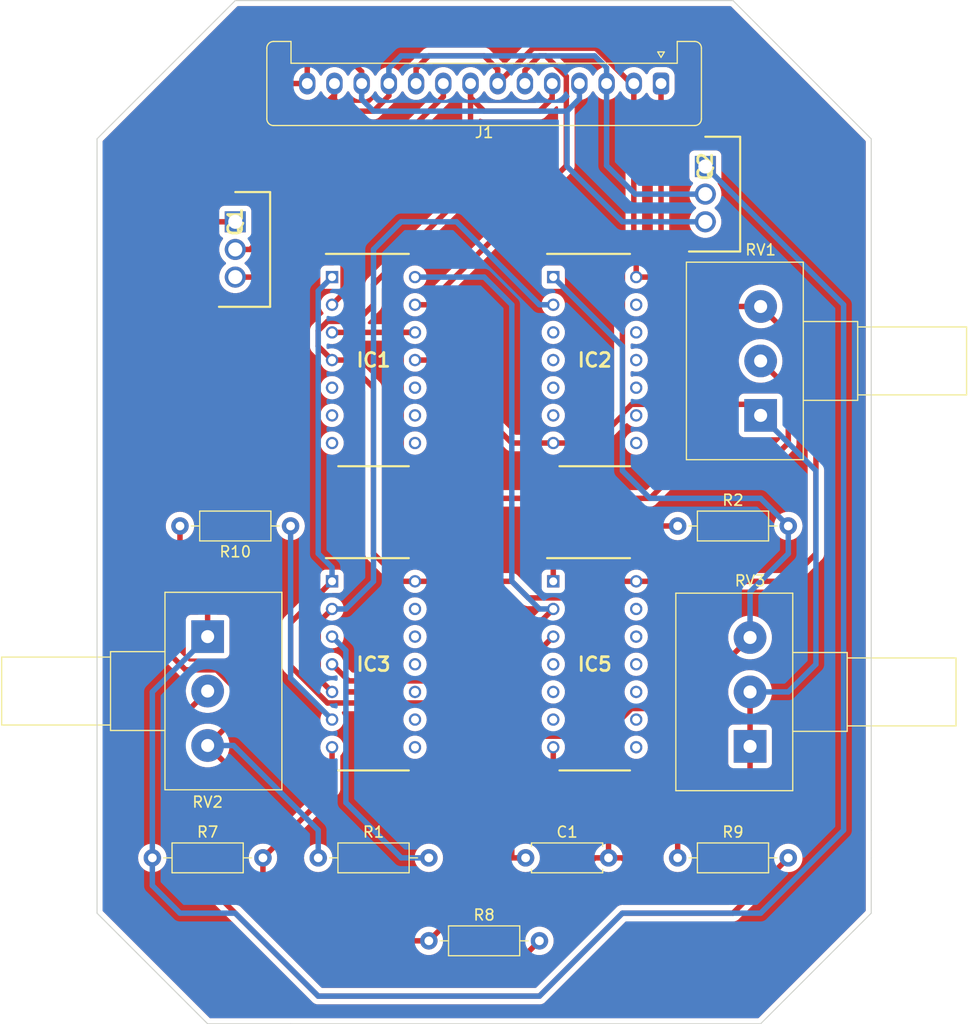
<source format=kicad_pcb>
(kicad_pcb (version 20211014) (generator pcbnew)
  (layers (0 "F.Cu" signal) (31 "B.Cu" signal) (34 "B.Paste" user) (35 "F.Paste" user) (36 "B.SilkS" user "B.Silkscreen") (37 "F.SilkS" user "F.Silkscreen") (38 "B.Mask" user) (39 "F.Mask" user) (44 "Edge.Cuts" user))
  (net 0 "")
  (net 1 "Net-(C1-Pad2)")
  (net 2 "Net-(C1-Pad1)")
  (net 3 "Net-(IC1-Pad14)")
  (net 4 "Net-(IC1-Pad13)")
  (net 7 "Net-(IC1-Pad4)")
  (net 11 "Net-(IC1-Pad3)")
  (net 12 "Net-(IC1-Pad2)")
  (net 13 "Net-(IC1-Pad1)")
  (net 14 "Net-(IC2-Pad2)")
  (net 25 "Net-(IC3-Pad3)")
  (net 26 "Net-(IC3-Pad6)")
  (net 33 "Net-(IC5-Pad1)")
  (net 43 "Net-(J1-Pad11)")
  (net 44 "Net-(J1-Pad12)")
  (net 46 "Net-(Q1-Pad1)")
  (net 47 "Net-(Q2-Pad1)")
  (net 48 "Net-(R9-Pad2)")
  (footprint "74HC08N:DIP762W53P254L1902H420Q14N" (layer "F.Cu") (at 170.18 86.36)
    (fp_text reference "IC5" (at 0 0) (layer "F.SilkS") (effects (font (size 1.27 1.27) (thickness 0.254))))
    (fp_text value "NOR Gate" hide)
    (fp_line (start -4.375 -9.75) (end 3.24 -9.75) (layer "F.SilkS") (width 0.2))
    (fp_line (start -3.24 9.75) (end 3.24 9.75) (layer "F.SilkS") (width 0.2))
    (pad "1" thru_hole rect locked (at -3.81 -7.62) (size 1.13 1.13) (drill 0.73) (layers *.Cu *.Mask) (net 33 "Net-(IC5-Pad1)"))
    (pad "2" thru_hole circle locked (at -3.81 -5.08) (size 1.13 1.13) (drill 0.73) (layers *.Cu *.Mask) (net 3 "Net-(IC1-Pad14)"))
    (pad "3" thru_hole circle locked (at -3.81 -2.54) (size 1.13 1.13) (drill 0.73) (layers *.Cu *.Mask) (net 13 "Net-(IC1-Pad1)"))
    (pad "4" thru_hole circle locked (at -3.81 0) (size 1.13 1.13) (drill 0.73) (layers *.Cu *.Mask))
    (pad "5" thru_hole circle locked (at -3.81 2.54) (size 1.13 1.13) (drill 0.73) (layers *.Cu *.Mask))
    (pad "6" thru_hole circle locked (at -3.81 5.08) (size 1.13 1.13) (drill 0.73) (layers *.Cu *.Mask))
    (pad "7" thru_hole circle locked (at -3.81 7.62) (size 1.13 1.13) (drill 0.73) (layers *.Cu *.Mask) (net 1 "Net-(C1-Pad2)"))
    (pad "8" thru_hole circle locked (at 3.81 7.62) (size 1.13 1.13) (drill 0.73) (layers *.Cu *.Mask))
    (pad "9" thru_hole circle locked (at 3.81 5.08) (size 1.13 1.13) (drill 0.73) (layers *.Cu *.Mask))
    (pad "10" thru_hole circle locked (at 3.81 2.54) (size 1.13 1.13) (drill 0.73) (layers *.Cu *.Mask))
    (pad "11" thru_hole circle locked (at 3.81 0) (size 1.13 1.13) (drill 0.73) (layers *.Cu *.Mask))
    (pad "12" thru_hole circle locked (at 3.81 -2.54) (size 1.13 1.13) (drill 0.73) (layers *.Cu *.Mask))
    (pad "13" thru_hole circle locked (at 3.81 -5.08) (size 1.13 1.13) (drill 0.73) (layers *.Cu *.Mask))
    (pad "14" thru_hole circle locked (at 3.81 -7.62) (size 1.13 1.13) (drill 0.73) (layers *.Cu *.Mask) (net 7 "Net-(IC1-Pad4)"))
  )
  (footprint "Resistor_THT:R_Axial_DIN0207_L6.3mm_D2.5mm_P10.16mm_Horizontal" (layer "F.Cu") (at 142.24 73.66 180)
    (fp_text reference "R10" (at 5.08 -2.37) (layer "F.SilkS"))
    (fp_text value "Diode")
    (fp_line (start 1.04 0) (end 1.81 0) (layer "F.SilkS") (width 0.12))
    (fp_line (start 8.35 1.37) (end 8.35 -1.37) (layer "F.SilkS") (width 0.12))
    (fp_line (start 8.35 -1.37) (end 1.81 -1.37) (layer "F.SilkS") (width 0.12))
    (fp_line (start 9.12 0) (end 8.35 0) (layer "F.SilkS") (width 0.12))
    (fp_line (start 1.81 1.37) (end 8.35 1.37) (layer "F.SilkS") (width 0.12))
    (fp_line (start 1.81 -1.37) (end 1.81 1.37) (layer "F.SilkS") (width 0.12))
    (pad "1" thru_hole circle (at 0 0 180) (size 1.6 1.6) (drill 0.8) (layers *.Cu *.Mask) (net 26 "Net-(IC3-Pad6)"))
    (pad "2" thru_hole oval (at 10.16 0 180) (size 1.6 1.6) (drill 0.8) (layers *.Cu *.Mask) (net 47 "Net-(Q2-Pad1)"))
  )
  (footprint "74HC08N:DIP762W53P254L1902H420Q14N" (layer "F.Cu") (at 149.86 86.36)
    (fp_text reference "IC3" (at 0 0) (layer "F.SilkS") (effects (font (size 1.27 1.27) (thickness 0.254))))
    (fp_text value "AND Gate" hide)
    (fp_line (start -4.375 -9.75) (end 3.24 -9.75) (layer "F.SilkS") (width 0.2))
    (fp_line (start -3.24 9.75) (end 3.24 9.75) (layer "F.SilkS") (width 0.2))
    (pad "1" thru_hole rect locked (at -3.81 -7.62) (size 1.13 1.13) (drill 0.73) (layers *.Cu *.Mask) (net 13 "Net-(IC1-Pad1)"))
    (pad "2" thru_hole circle locked (at -3.81 -5.08) (size 1.13 1.13) (drill 0.73) (layers *.Cu *.Mask) (net 14 "Net-(IC2-Pad2)"))
    (pad "3" thru_hole circle locked (at -3.81 -2.54) (size 1.13 1.13) (drill 0.73) (layers *.Cu *.Mask) (net 25 "Net-(IC3-Pad3)"))
    (pad "4" thru_hole circle locked (at -3.81 0) (size 1.13 1.13) (drill 0.73) (layers *.Cu *.Mask) (net 3 "Net-(IC1-Pad14)"))
    (pad "5" thru_hole circle locked (at -3.81 2.54) (size 1.13 1.13) (drill 0.73) (layers *.Cu *.Mask) (net 14 "Net-(IC2-Pad2)"))
    (pad "6" thru_hole circle locked (at -3.81 5.08) (size 1.13 1.13) (drill 0.73) (layers *.Cu *.Mask) (net 26 "Net-(IC3-Pad6)"))
    (pad "7" thru_hole circle locked (at -3.81 7.62) (size 1.13 1.13) (drill 0.73) (layers *.Cu *.Mask) (net 1 "Net-(C1-Pad2)"))
    (pad "8" thru_hole circle locked (at 3.81 7.62) (size 1.13 1.13) (drill 0.73) (layers *.Cu *.Mask))
    (pad "9" thru_hole circle locked (at 3.81 5.08) (size 1.13 1.13) (drill 0.73) (layers *.Cu *.Mask))
    (pad "10" thru_hole circle locked (at 3.81 2.54) (size 1.13 1.13) (drill 0.73) (layers *.Cu *.Mask))
    (pad "11" thru_hole circle locked (at 3.81 0) (size 1.13 1.13) (drill 0.73) (layers *.Cu *.Mask))
    (pad "12" thru_hole circle locked (at 3.81 -2.54) (size 1.13 1.13) (drill 0.73) (layers *.Cu *.Mask))
    (pad "13" thru_hole circle locked (at 3.81 -5.08) (size 1.13 1.13) (drill 0.73) (layers *.Cu *.Mask))
    (pad "14" thru_hole circle locked (at 3.81 -7.62) (size 1.13 1.13) (drill 0.73) (layers *.Cu *.Mask) (net 7 "Net-(IC1-Pad4)"))
  )
  (footprint "74HC08N:DIP762W53P254L1902H420Q14N" (layer "F.Cu") (at 149.86 58.42)
    (fp_text reference "IC1" (at 0 0) (layer "F.SilkS") (effects (font (size 1.27 1.27) (thickness 0.254))))
    (fp_text value "Quad Comparator" hide)
    (fp_line (start -3.24 9.75) (end 3.24 9.75) (layer "F.SilkS") (width 0.2))
    (fp_line (start -4.375 -9.75) (end 3.24 -9.75) (layer "F.SilkS") (width 0.2))
    (pad "1" thru_hole rect locked (at -3.81 -7.62) (size 1.13 1.13) (drill 0.73) (layers *.Cu *.Mask) (net 13 "Net-(IC1-Pad1)"))
    (pad "2" thru_hole circle locked (at -3.81 -5.08) (size 1.13 1.13) (drill 0.73) (layers *.Cu *.Mask) (net 12 "Net-(IC1-Pad2)"))
    (pad "3" thru_hole circle locked (at -3.81 -2.54) (size 1.13 1.13) (drill 0.73) (layers *.Cu *.Mask) (net 11 "Net-(IC1-Pad3)"))
    (pad "4" thru_hole circle locked (at -3.81 0) (size 1.13 1.13) (drill 0.73) (layers *.Cu *.Mask) (net 7 "Net-(IC1-Pad4)"))
    (pad "5" thru_hole circle locked (at -3.81 2.54) (size 1.13 1.13) (drill 0.73) (layers *.Cu *.Mask))
    (pad "6" thru_hole circle locked (at -3.81 5.08) (size 1.13 1.13) (drill 0.73) (layers *.Cu *.Mask))
    (pad "7" thru_hole circle locked (at -3.81 7.62) (size 1.13 1.13) (drill 0.73) (layers *.Cu *.Mask))
    (pad "8" thru_hole circle locked (at 3.81 7.62) (size 1.13 1.13) (drill 0.73) (layers *.Cu *.Mask))
    (pad "9" thru_hole circle locked (at 3.81 5.08) (size 1.13 1.13) (drill 0.73) (layers *.Cu *.Mask))
    (pad "10" thru_hole circle locked (at 3.81 2.54) (size 1.13 1.13) (drill 0.73) (layers *.Cu *.Mask))
    (pad "11" thru_hole circle locked (at 3.81 0) (size 1.13 1.13) (drill 0.73) (layers *.Cu *.Mask) (net 1 "Net-(C1-Pad2)"))
    (pad "12" thru_hole circle locked (at 3.81 -2.54) (size 1.13 1.13) (drill 0.73) (layers *.Cu *.Mask) (net 11 "Net-(IC1-Pad3)"))
    (pad "13" thru_hole circle locked (at 3.81 -5.08) (size 1.13 1.13) (drill 0.73) (layers *.Cu *.Mask) (net 4 "Net-(IC1-Pad13)"))
    (pad "14" thru_hole circle locked (at 3.81 -7.62) (size 1.13 1.13) (drill 0.73) (layers *.Cu *.Mask) (net 3 "Net-(IC1-Pad14)"))
  )
  (footprint "Resistor_THT:R_Axial_DIN0207_L6.3mm_D2.5mm_P7.62mm_Horizontal" (layer "F.Cu") (at 163.83 104.14)
    (fp_text reference "C1" (at 3.81 -2.37) (layer "F.SilkS"))
    (fp_text value "Capacitor")
    (fp_line (start 0.54 -1.37) (end 7.08 -1.37) (layer "F.SilkS") (width 0.12))
    (fp_line (start 7.08 -1.37) (end 7.08 -1.04) (layer "F.SilkS") (width 0.12))
    (fp_line (start 0.54 1.04) (end 0.54 1.37) (layer "F.SilkS") (width 0.12))
    (fp_line (start 7.08 1.37) (end 7.08 1.04) (layer "F.SilkS") (width 0.12))
    (fp_line (start 0.54 -1.04) (end 0.54 -1.37) (layer "F.SilkS") (width 0.12))
    (fp_line (start 0.54 1.37) (end 7.08 1.37) (layer "F.SilkS") (width 0.12))
    (pad "1" thru_hole circle (at 0 0) (size 1.6 1.6) (drill 0.8) (layers *.Cu *.Mask) (net 2 "Net-(C1-Pad1)"))
    (pad "2" thru_hole oval (at 7.62 0) (size 1.6 1.6) (drill 0.8) (layers *.Cu *.Mask) (net 1 "Net-(C1-Pad2)"))
  )
  (footprint "Potentiometer_THT:Potentiometer_Alps_RK163_Single_Horizontal" (layer "F.Cu") (at 184.45 93.9 180)
    (fp_text reference "RV3" (at 0 15.2) (layer "F.SilkS"))
    (fp_text value "Potentiometer")
    (fp_line (start -3.92 8.62) (end -8.92 8.62) (layer "F.SilkS") (width 0.12))
    (fp_line (start -8.92 1.88) (end -18.92 1.88) (layer "F.SilkS") (width 0.12))
    (fp_line (start -3.92 14.07) (end -3.92 -4.07) (layer "F.SilkS") (width 0.12))
    (fp_line (start 6.82 14.07) (end 6.82 -4.07) (layer "F.SilkS") (width 0.12))
    (fp_line (start -3.92 1.38) (end -8.92 1.38) (layer "F.SilkS") (width 0.12))
    (fp_line (start -18.92 8.12) (end -18.92 1.88) (layer "F.SilkS") (width 0.12))
    (fp_line (start -8.92 8.62) (end -8.92 1.38) (layer "F.SilkS") (width 0.12))
    (fp_line (start -8.92 8.12) (end -18.92 8.12) (layer "F.SilkS") (width 0.12))
    (fp_line (start 6.82 -4.07) (end -3.92 -4.07) (layer "F.SilkS") (width 0.12))
    (fp_line (start 6.82 14.07) (end -3.92 14.07) (layer "F.SilkS") (width 0.12))
    (pad "1" thru_hole rect (at 0 0) (size 3 3) (drill 1.2) (layers *.Cu *.Mask) (net 1 "Net-(C1-Pad2)"))
    (pad "2" thru_hole circle (at 0 5) (size 3 3) (drill 1.2) (layers *.Cu *.Mask) (net 1 "Net-(C1-Pad2)"))
    (pad "3" thru_hole circle (at 0 10) (size 3 3) (drill 1.2) (layers *.Cu *.Mask) (net 2 "Net-(C1-Pad1)"))
  )
  (footprint "Connector_Stocko:Stocko_MKS_1664-6-0-1414_1x14_P2.50mm_Vertical" (layer "F.Cu") (at 176.27 33.02 180)
    (fp_text reference "J1" (at 16.25 -4.5) (layer "F.SilkS"))
    (fp_text value "Conn_01x14_Male")
    (fp_line (start -1.49 3.86) (end -1.49 1.86) (layer "F.SilkS") (width 0.12))
    (fp_line (start -0.3 2.9) (end 0.3 2.9) (layer "F.SilkS") (width 0.12))
    (fp_line (start 35.6 3.86) (end 33.99 3.86) (layer "F.SilkS") (width 0.12))
    (fp_line (start -3.1 3.86) (end -1.49 3.86) (layer "F.SilkS") (width 0.12))
    (fp_line (start -3.1 -3.86) (end 35.6 -3.86) (layer "F.SilkS") (width 0.12))
    (fp_line (start 36.21 -3.25) (end 36.21 3.25) (layer "F.SilkS") (width 0.12))
    (fp_line (start 33.99 3.86) (end 33.99 1.86) (layer "F.SilkS") (width 0.12))
    (fp_line (start 0 2.4) (end -0.3 2.9) (layer "F.SilkS") (width 0.12))
    (fp_line (start -3.71 -3.25) (end -3.71 3.25) (layer "F.SilkS") (width 0.12))
    (fp_line (start -1.49 1.86) (end 33.99 1.86) (layer "F.SilkS") (width 0.12))
    (fp_line (start 0.3 2.9) (end 0 2.4) (layer "F.SilkS") (width 0.12))
    (fp_arc (start -3.1 3.86) (mid -3.531335 3.681335) (end -3.71 3.25) (layer "F.SilkS") (width 0.12))
    (fp_arc (start -3.71 -3.25) (mid -3.531335 -3.681335) (end -3.1 -3.86) (layer "F.SilkS") (width 0.12))
    (fp_arc (start 36.21 3.25) (mid 36.031335 3.681335) (end 35.6 3.86) (layer "F.SilkS") (width 0.12))
    (fp_arc (start 35.6 -3.86) (mid 36.031335 -3.681335) (end 36.21 -3.25) (layer "F.SilkS") (width 0.12))
    (pad "1" thru_hole roundrect (at 0 0 180) (size 1.5 2) (drill 1) (layers *.Cu *.Mask) (net 7 "Net-(IC1-Pad4)"))
    (pad "2" thru_hole oval (at 2.5 0 180) (size 1.5 2) (drill 1) (layers *.Cu *.Mask) (net 1 "Net-(C1-Pad2)"))
    (pad "3" thru_hole oval (at 5 0 180) (size 1.5 2) (drill 1) (layers *.Cu *.Mask) (net 43 "Net-(J1-Pad11)"))
    (pad "4" thru_hole oval (at 7.5 0 180) (size 1.5 2) (drill 1) (layers *.Cu *.Mask) (net 44 "Net-(J1-Pad12)"))
    (pad "5" thru_hole oval (at 10 0 180) (size 1.5 2) (drill 1) (layers *.Cu *.Mask) (net 7 "Net-(IC1-Pad4)"))
    (pad "6" thru_hole oval (at 12.5 0 180) (size 1.5 2) (drill 1) (layers *.Cu *.Mask) (net 4 "Net-(IC1-Pad13)"))
    (pad "7" thru_hole oval (at 15 0 180) (size 1.5 2) (drill 1) (layers *.Cu *.Mask) (net 1 "Net-(C1-Pad2)"))
    (pad "8" thru_hole oval (at 17.5 0 180) (size 1.5 2) (drill 1) (layers *.Cu *.Mask) (net 7 "Net-(IC1-Pad4)"))
    (pad "9" thru_hole oval (at 20 0 180) (size 1.5 2) (drill 1) (layers *.Cu *.Mask) (net 12 "Net-(IC1-Pad2)"))
    (pad "10" thru_hole oval (at 22.5 0 180) (size 1.5 2) (drill 1) (layers *.Cu *.Mask) (net 1 "Net-(C1-Pad2)"))
    (pad "11" thru_hole oval (at 25 0 180) (size 1.5 2) (drill 1) (layers *.Cu *.Mask) (net 43 "Net-(J1-Pad11)"))
    (pad "12" thru_hole oval (at 27.5 0 180) (size 1.5 2) (drill 1) (layers *.Cu *.Mask) (net 44 "Net-(J1-Pad12)"))
    (pad "13" thru_hole oval (at 30 0 180) (size 1.5 2) (drill 1) (layers *.Cu *.Mask) (net 43 "Net-(J1-Pad11)"))
    (pad "14" thru_hole oval (at 32.5 0 180) (size 1.5 2) (drill 1) (layers *.Cu *.Mask) (net 44 "Net-(J1-Pad12)"))
  )
  (footprint "Transistor:TO254P470X1028X1955-3P" (layer "F.Cu") (at 180.34 40.64 -90)
    (fp_text reference "Q2" (at 0 0 90) (layer "F.SilkS") (effects (font (size 1.27 1.27) (thickness 0.254))))
    (fp_text value "NPN" hide)
    (fp_line (start 7.81 -3.2) (end -2.73 -3.2) (layer "F.SilkS") (width 0.2))
    (fp_line (start -2.73 -3.2) (end -2.73 0) (layer "F.SilkS") (width 0.2))
    (fp_line (start 7.81 1.5) (end 7.81 -3.2) (layer "F.SilkS") (width 0.2))
    (pad "1" thru_hole rect locked (at 0 0 270) (size 1.935 1.935) (drill 1.29) (layers *.Cu *.Mask) (net 47 "Net-(Q2-Pad1)"))
    (pad "2" thru_hole circle locked (at 2.54 0 270) (size 1.935 1.935) (drill 1.29) (layers *.Cu *.Mask) (net 43 "Net-(J1-Pad11)"))
    (pad "3" thru_hole circle locked (at 5.08 0 270) (size 1.935 1.935) (drill 1.29) (layers *.Cu *.Mask) (net 44 "Net-(J1-Pad12)"))
  )
  (footprint "74HC08N:DIP762W53P254L1902H420Q14N" (layer "F.Cu") (at 170.18 58.42)
    (fp_text reference "IC2" (at 0 0) (layer "F.SilkS") (effects (font (size 1.27 1.27) (thickness 0.254))))
    (fp_text value "NOT Gate" hide)
    (fp_line (start -4.375 -9.75) (end 3.24 -9.75) (layer "F.SilkS") (width 0.2))
    (fp_line (start -3.24 9.75) (end 3.24 9.75) (layer "F.SilkS") (width 0.2))
    (pad "1" thru_hole rect locked (at -3.81 -7.62) (size 1.13 1.13) (drill 0.73) (layers *.Cu *.Mask) (net 2 "Net-(C1-Pad1)"))
    (pad "2" thru_hole circle locked (at -3.81 -5.08) (size 1.13 1.13) (drill 0.73) (layers *.Cu *.Mask) (net 14 "Net-(IC2-Pad2)"))
    (pad "3" thru_hole circle locked (at -3.81 -2.54) (size 1.13 1.13) (drill 0.73) (layers *.Cu *.Mask))
    (pad "4" thru_hole circle locked (at -3.81 0) (size 1.13 1.13) (drill 0.73) (layers *.Cu *.Mask))
    (pad "5" thru_hole circle locked (at -3.81 2.54) (size 1.13 1.13) (drill 0.73) (layers *.Cu *.Mask))
    (pad "6" thru_hole circle locked (at -3.81 5.08) (size 1.13 1.13) (drill 0.73) (layers *.Cu *.Mask))
    (pad "7" thru_hole circle locked (at -3.81 7.62) (size 1.13 1.13) (drill 0.73) (layers *.Cu *.Mask) (net 1 "Net-(C1-Pad2)"))
    (pad "8" thru_hole circle locked (at 3.81 7.62) (size 1.13 1.13) (drill 0.73) (layers *.Cu *.Mask))
    (pad "9" thru_hole circle locked (at 3.81 5.08) (size 1.13 1.13) (drill 0.73) (layers *.Cu *.Mask))
    (pad "10" thru_hole circle locked (at 3.81 2.54) (size 1.13 1.13) (drill 0.73) (layers *.Cu *.Mask))
    (pad "11" thru_hole circle locked (at 3.81 0) (size 1.13 1.13) (drill 0.73) (layers *.Cu *.Mask))
    (pad "12" thru_hole circle locked (at 3.81 -2.54) (size 1.13 1.13) (drill 0.73) (layers *.Cu *.Mask))
    (pad "13" thru_hole circle locked (at 3.81 -5.08) (size 1.13 1.13) (drill 0.73) (layers *.Cu *.Mask))
    (pad "14" thru_hole circle locked (at 3.81 -7.62) (size 1.13 1.13) (drill 0.73) (layers *.Cu *.Mask) (net 7 "Net-(IC1-Pad4)"))
  )
  (footprint "Potentiometer_THT:Potentiometer_Alps_RK163_Single_Horizontal" (layer "F.Cu") (at 134.62 83.82)
    (fp_text reference "RV2" (at 0 15.2 180) (layer "F.SilkS"))
    (fp_text value "Switch")
    (fp_line (start -3.92 14.07) (end -3.92 -4.07) (layer "F.SilkS") (width 0.12))
    (fp_line (start -8.92 8.62) (end -8.92 1.38) (layer "F.SilkS") (width 0.12))
    (fp_line (start 6.82 14.07) (end 6.82 -4.07) (layer "F.SilkS") (width 0.12))
    (fp_line (start -8.92 8.12) (end -18.92 8.12) (layer "F.SilkS") (width 0.12))
    (fp_line (start -8.92 1.88) (end -18.92 1.88) (layer "F.SilkS") (width 0.12))
    (fp_line (start 6.82 14.07) (end -3.92 14.07) (layer "F.SilkS") (width 0.12))
    (fp_line (start -3.92 1.38) (end -8.92 1.38) (layer "F.SilkS") (width 0.12))
    (fp_line (start -18.92 8.12) (end -18.92 1.88) (layer "F.SilkS") (width 0.12))
    (fp_line (start 6.82 -4.07) (end -3.92 -4.07) (layer "F.SilkS") (width 0.12))
    (fp_line (start -3.92 8.62) (end -8.92 8.62) (layer "F.SilkS") (width 0.12))
    (pad "1" thru_hole rect (at 0 0 180) (size 3 3) (drill 1.2) (layers *.Cu *.Mask) (net 47 "Net-(Q2-Pad1)"))
    (pad "2" thru_hole circle (at 0 5 180) (size 3 3) (drill 1.2) (layers *.Cu *.Mask) (net 48 "Net-(R9-Pad2)"))
    (pad "3" thru_hole circle (at 0 10 180) (size 3 3) (drill 1.2) (layers *.Cu *.Mask) (net 46 "Net-(Q1-Pad1)"))
  )
  (footprint "Resistor_THT:R_Axial_DIN0207_L6.3mm_D2.5mm_P10.16mm_Horizontal" (layer "F.Cu") (at 129.54 104.14)
    (fp_text reference "R7" (at 5.08 -2.37) (layer "F.SilkS"))
    (fp_text value "R")
    (fp_line (start 9.12 0) (end 8.35 0) (layer "F.SilkS") (width 0.12))
    (fp_line (start 8.35 -1.37) (end 1.81 -1.37) (layer "F.SilkS") (width 0.12))
    (fp_line (start 1.04 0) (end 1.81 0) (layer "F.SilkS") (width 0.12))
    (fp_line (start 8.35 1.37) (end 8.35 -1.37) (layer "F.SilkS") (width 0.12))
    (fp_line (start 1.81 1.37) (end 8.35 1.37) (layer "F.SilkS") (width 0.12))
    (fp_line (start 1.81 -1.37) (end 1.81 1.37) (layer "F.SilkS") (width 0.12))
    (pad "1" thru_hole circle (at 0 0) (size 1.6 1.6) (drill 0.8) (layers *.Cu *.Mask) (net 47 "Net-(Q2-Pad1)"))
    (pad "2" thru_hole oval (at 10.16 0) (size 1.6 1.6) (drill 0.8) (layers *.Cu *.Mask) (net 1 "Net-(C1-Pad2)"))
  )
  (footprint "Resistor_THT:R_Axial_DIN0207_L6.3mm_D2.5mm_P10.16mm_Horizontal" (layer "F.Cu") (at 177.8 104.14)
    (fp_text reference "R9" (at 5.08 -2.37) (layer "F.SilkS"))
    (fp_text value "Diode")
    (fp_line (start 1.04 0) (end 1.81 0) (layer "F.SilkS") (width 0.12))
    (fp_line (start 1.81 -1.37) (end 1.81 1.37) (layer "F.SilkS") (width 0.12))
    (fp_line (start 1.81 1.37) (end 8.35 1.37) (layer "F.SilkS") (width 0.12))
    (fp_line (start 8.35 1.37) (end 8.35 -1.37) (layer "F.SilkS") (width 0.12))
    (fp_line (start 8.35 -1.37) (end 1.81 -1.37) (layer "F.SilkS") (width 0.12))
    (fp_line (start 9.12 0) (end 8.35 0) (layer "F.SilkS") (width 0.12))
    (pad "1" thru_hole circle (at 0 0) (size 1.6 1.6) (drill 0.8) (layers *.Cu *.Mask) (net 2 "Net-(C1-Pad1)"))
    (pad "2" thru_hole oval (at 10.16 0) (size 1.6 1.6) (drill 0.8) (layers *.Cu *.Mask) (net 48 "Net-(R9-Pad2)"))
  )
  (footprint "Resistor_THT:R_Axial_DIN0207_L6.3mm_D2.5mm_P10.16mm_Horizontal" (layer "F.Cu") (at 177.8 73.66)
    (fp_text reference "R2" (at 5.08 -2.37) (layer "F.SilkS"))
    (fp_text value "Diode")
    (fp_line (start 1.04 0) (end 1.81 0) (layer "F.SilkS") (width 0.12))
    (fp_line (start 1.81 1.37) (end 8.35 1.37) (layer "F.SilkS") (width 0.12))
    (fp_line (start 1.81 -1.37) (end 1.81 1.37) (layer "F.SilkS") (width 0.12))
    (fp_line (start 9.12 0) (end 8.35 0) (layer "F.SilkS") (width 0.12))
    (fp_line (start 8.35 1.37) (end 8.35 -1.37) (layer "F.SilkS") (width 0.12))
    (fp_line (start 8.35 -1.37) (end 1.81 -1.37) (layer "F.SilkS") (width 0.12))
    (pad "1" thru_hole circle (at 0 0) (size 1.6 1.6) (drill 0.8) (layers *.Cu *.Mask) (net 33 "Net-(IC5-Pad1)"))
    (pad "2" thru_hole oval (at 10.16 0) (size 1.6 1.6) (drill 0.8) (layers *.Cu *.Mask) (net 2 "Net-(C1-Pad1)"))
  )
  (footprint "Transistor:TO254P470X1028X1955-3P" (layer "F.Cu") (at 137.16 45.72 -90)
    (fp_text reference "Q1" (at 0 0 90) (layer "F.SilkS") (effects (font (size 1.27 1.27) (thickness 0.254))))
    (fp_text value "NPN" hide)
    (fp_line (start 7.81 1.5) (end 7.81 -3.2) (layer "F.SilkS") (width 0.2))
    (fp_line (start 7.81 -3.2) (end -2.73 -3.2) (layer "F.SilkS") (width 0.2))
    (fp_line (start -2.73 -3.2) (end -2.73 0) (layer "F.SilkS") (width 0.2))
    (pad "1" thru_hole rect locked (at 0 0 270) (size 1.935 1.935) (drill 1.29) (layers *.Cu *.Mask) (net 46 "Net-(Q1-Pad1)"))
    (pad "2" thru_hole circle locked (at 2.54 0 270) (size 1.935 1.935) (drill 1.29) (layers *.Cu *.Mask) (net 44 "Net-(J1-Pad12)"))
    (pad "3" thru_hole circle locked (at 5.08 0 270) (size 1.935 1.935) (drill 1.29) (layers *.Cu *.Mask) (net 43 "Net-(J1-Pad11)"))
  )
  (footprint "Potentiometer_THT:Potentiometer_Alps_RK163_Single_Horizontal" (layer "F.Cu") (at 185.42 63.5 180)
    (fp_text reference "RV1" (at 0 15.2) (layer "F.SilkS"))
    (fp_text value "Potentiometer")
    (fp_line (start -3.92 14.07) (end -3.92 -4.07) (layer "F.SilkS") (width 0.12))
    (fp_line (start -8.92 8.12) (end -18.92 8.12) (layer "F.SilkS") (width 0.12))
    (fp_line (start 6.82 -4.07) (end -3.92 -4.07) (layer "F.SilkS") (width 0.12))
    (fp_line (start 6.82 14.07) (end 6.82 -4.07) (layer "F.SilkS") (width 0.12))
    (fp_line (start -8.92 8.62) (end -8.92 1.38) (layer "F.SilkS") (width 0.12))
    (fp_line (start -18.92 8.12) (end -18.92 1.88) (layer "F.SilkS") (width 0.12))
    (fp_line (start 6.82 14.07) (end -3.92 14.07) (layer "F.SilkS") (width 0.12))
    (fp_line (start -3.92 8.62) (end -8.92 8.62) (layer "F.SilkS") (width 0.12))
    (fp_line (start -3.92 1.38) (end -8.92 1.38) (layer "F.SilkS") (width 0.12))
    (fp_line (start -8.92 1.88) (end -18.92 1.88) (layer "F.SilkS") (width 0.12))
    (pad "1" thru_hole rect (at 0 0) (size 3 3) (drill 1.2) (layers *.Cu *.Mask) (net 1 "Net-(C1-Pad2)"))
    (pad "2" thru_hole circle (at 0 5) (size 3 3) (drill 1.2) (layers *.Cu *.Mask) (net 11 "Net-(IC1-Pad3)"))
    (pad "3" thru_hole circle (at 0 10) (size 3 3) (drill 1.2) (layers *.Cu *.Mask) (net 7 "Net-(IC1-Pad4)"))
  )
  (footprint "Resistor_THT:R_Axial_DIN0207_L6.3mm_D2.5mm_P10.16mm_Horizontal" (layer "F.Cu") (at 144.78 104.14)
    (fp_text reference "R1" (at 5.08 -2.37) (layer "F.SilkS"))
    (fp_text value "Diode")
    (fp_line (start 1.81 1.37) (end 8.35 1.37) (layer "F.SilkS") (width 0.12))
    (fp_line (start 9.12 0) (end 8.35 0) (layer "F.SilkS") (width 0.12))
    (fp_line (start 1.81 -1.37) (end 1.81 1.37) (layer "F.SilkS") (width 0.12))
    (fp_line (start 8.35 -1.37) (end 1.81 -1.37) (layer "F.SilkS") (width 0.12))
    (fp_line (start 1.04 0) (end 1.81 0) (layer "F.SilkS") (width 0.12))
    (fp_line (start 8.35 1.37) (end 8.35 -1.37) (layer "F.SilkS") (width 0.12))
    (pad "1" thru_hole circle (at 0 0) (size 1.6 1.6) (drill 0.8) (layers *.Cu *.Mask) (net 46 "Net-(Q1-Pad1)"))
    (pad "2" thru_hole oval (at 10.16 0) (size 1.6 1.6) (drill 0.8) (layers *.Cu *.Mask) (net 25 "Net-(IC3-Pad3)"))
  )
  (footprint "Resistor_THT:R_Axial_DIN0207_L6.3mm_D2.5mm_P10.16mm_Horizontal" (layer "F.Cu") (at 154.94 111.76)
    (fp_text reference "R8" (at 5.08 -2.37) (layer "F.SilkS"))
    (fp_text value "R")
    (fp_line (start 8.35 1.37) (end 8.35 -1.37) (layer "F.SilkS") (width 0.12))
    (fp_line (start 1.81 -1.37) (end 1.81 1.37) (layer "F.SilkS") (width 0.12))
    (fp_line (start 1.81 1.37) (end 8.35 1.37) (layer "F.SilkS") (width 0.12))
    (fp_line (start 9.12 0) (end 8.35 0) (layer "F.SilkS") (width 0.12))
    (fp_line (start 1.04 0) (end 1.81 0) (layer "F.SilkS") (width 0.12))
    (fp_line (start 8.35 -1.37) (end 1.81 -1.37) (layer "F.SilkS") (width 0.12))
    (pad "1" thru_hole circle (at 0 0) (size 1.6 1.6) (drill 0.8) (layers *.Cu *.Mask) (net 1 "Net-(C1-Pad2)"))
    (pad "2" thru_hole oval (at 10.16 0) (size 1.6 1.6) (drill 0.8) (layers *.Cu *.Mask) (net 46 "Net-(Q1-Pad1)"))
  )
  (gr_line (start 124.46 109.22) (end 124.46 38.1) (layer "Edge.Cuts") (width 0.1))
  (gr_line (start 195.58 38.1) (end 195.58 101.6) (layer "Edge.Cuts") (width 0.1))
  (gr_line (start 142.24 119.38) (end 134.62 119.38) (layer "Edge.Cuts") (width 0.1))
  (gr_line (start 195.58 109.22) (end 185.42 119.38) (layer "Edge.Cuts") (width 0.1))
  (gr_line (start 124.46 38.1) (end 137.16 25.4) (layer "Edge.Cuts") (width 0.1))
  (gr_line (start 137.16 25.4) (end 182.88 25.4) (layer "Edge.Cuts") (width 0.1))
  (gr_line (start 185.42 119.38) (end 142.24 119.38) (layer "Edge.Cuts") (width 0.1))
  (gr_line (start 182.88 25.4) (end 195.58 38.1) (layer "Edge.Cuts") (width 0.1))
  (gr_line (start 134.62 119.38) (end 124.46 109.22) (layer "Edge.Cuts") (width 0.1))
  (gr_line (start 195.58 104.14) (end 195.58 109.22) (layer "Edge.Cuts") (width 0.1))
  (gr_line (start 195.58 101.6) (end 195.58 104.14) (layer "Edge.Cuts") (width 0.1))
  (segment (start 154.94 58.42) (end 153.67 58.42) (width 0.5) (layer "F.Cu") (net 1))
  (segment (start 173.77 47.21) (end 172.72 48.26) (width 0.5) (layer "F.Cu") (net 1))
  (segment (start 184.45 105.11) (end 182.88 106.68) (width 0.5) (layer "F.Cu") (net 1))
  (segment (start 146.05 93.98) (end 146.05 97.79) (width 0.5) (layer "F.Cu") (net 1))
  (segment (start 162.56 66.04) (end 154.94 58.42) (width 0.5) (layer "F.Cu") (net 1))
  (segment (start 172.72 48.26) (end 172.72 63.5) (width 0.5) (layer "F.Cu") (net 1))
  (segment (start 166.37 66.04) (end 162.56 66.04) (width 0.5) (layer "F.Cu") (net 1))
  (segment (start 166.37 95.25) (end 166.37 93.98) (width 0.5) (layer "F.Cu") (net 1))
  (segment (start 173.569775 62.485489) (end 172.72 63.335264) (width 0.5) (layer "F.Cu") (net 1))
  (segment (start 171.45 104.14) (end 170.18 104.14) (width 0.5) (layer "F.Cu") (net 1))
  (segment (start 144.78 111.76) (end 154.94 111.76) (width 0.5) (layer "F.Cu") (net 1))
  (segment (start 185.42 63.5) (end 184.405489 62.485489) (width 0.5) (layer "F.Cu") (net 1))
  (segment (start 165.1 109.22) (end 157.48 109.22) (width 0.5) (layer "F.Cu") (net 1))
  (segment (start 170.18 66.04) (end 166.37 66.04) (width 0.5) (layer "F.Cu") (net 1))
  (segment (start 157.48 109.22) (end 154.94 111.76) (width 0.5) (layer "F.Cu") (net 1))
  (segment (start 154.94 30.48) (end 153.77 31.65) (width 0.5) (layer "F.Cu") (net 1))
  (segment (start 161.27 33.02) (end 161.27 31.73) (width 0.5) (layer "F.Cu") (net 1))
  (segment (start 172.72 63.335264) (end 172.72 63.5) (width 0.5) (layer "F.Cu") (net 1))
  (segment (start 173.52 33.02) (end 170.280489 29.780489) (width 0.5) (layer "F.Cu") (net 1))
  (segment (start 171.45 104.14) (end 171.45 100.33) (width 0.5) (layer "F.Cu") (net 1))
  (segment (start 173.77 33.02) (end 173.52 33.02) (width 0.5) (layer "F.Cu") (net 1))
  (segment (start 171.45 100.33) (end 166.37 95.25) (width 0.5) (layer "F.Cu") (net 1))
  (segment (start 139.7 104.14) (end 139.7 106.68) (width 0.5) (layer "F.Cu") (net 1))
  (segment (start 161.27 31.73) (end 160.02 30.48) (width 0.5) (layer "F.Cu") (net 1))
  (segment (start 160.02 30.48) (end 154.94 30.48) (width 0.5) (layer "F.Cu") (net 1))
  (segment (start 153.77 31.65) (end 153.77 33.02) (width 0.5) (layer "F.Cu") (net 1))
  (segment (start 164.509511 29.780489) (end 161.27 33.02) (width 0.5) (layer "F.Cu") (net 1))
  (segment (start 175.26 106.68) (end 172.72 104.14) (width 0.5) (layer "F.Cu") (net 1))
  (segment (start 170.280489 29.780489) (end 164.509511 29.780489) (width 0.5) (layer "F.Cu") (net 1))
  (segment (start 184.45 93.9) (end 184.45 105.11) (width 0.5) (layer "F.Cu") (net 1))
  (segment (start 172.72 104.14) (end 171.45 104.14) (width 0.5) (layer "F.Cu") (net 1))
  (segment (start 173.77 33.02) (end 173.77 47.21) (width 0.5) (layer "F.Cu") (net 1))
  (segment (start 184.45 88.9) (end 184.45 93.9) (width 0.5) (layer "F.Cu") (net 1))
  (segment (start 182.88 106.68) (end 175.26 106.68) (width 0.5) (layer "F.Cu") (net 1))
  (segment (start 170.18 104.14) (end 165.1 109.22) (width 0.5) (layer "F.Cu") (net 1))
  (segment (start 146.05 97.79) (end 139.7 104.14) (width 0.5) (layer "F.Cu") (net 1))
  (segment (start 184.405489 62.485489) (end 173.569775 62.485489) (width 0.5) (layer "F.Cu") (net 1))
  (segment (start 139.7 106.68) (end 144.78 111.76) (width 0.5) (layer "F.Cu") (net 1))
  (segment (start 172.72 63.5) (end 170.18 66.04) (width 0.5) (layer "F.Cu") (net 1))
  (segment (start 190.5 68.58) (end 190.5 86.36) (width 0.5) (layer "B.Cu") (net 1))
  (segment (start 190.5 86.36) (end 187.96 88.9) (width 0.5) (layer "B.Cu") (net 1))
  (segment (start 187.96 88.9) (end 184.45 88.9) (width 0.5) (layer "B.Cu") (net 1))
  (segment (start 185.42 63.5) (end 190.5 68.58) (width 0.5) (layer "B.Cu") (net 1))
  (segment (start 162.56 93.98) (end 162.56 104.14) (width 0.5) (layer "F.Cu") (net 2))
  (segment (start 173.569775 90.425489) (end 170.18 93.815264) (width 0.5) (layer "F.Cu") (net 2))
  (segment (start 177.8 104.14) (end 177.8 101.6) (width 0.5) (layer "F.Cu") (net 2))
  (segment (start 163.574511 92.965489) (end 162.56 93.98) (width 0.5) (layer "F.Cu") (net 2))
  (segment (start 162.56 104.14) (end 163.83 104.14) (width 0.5) (layer "F.Cu") (net 2))
  (segment (start 177.8 101.6) (end 169.165489 92.965489) (width 0.5) (layer "F.Cu") (net 2))
  (segment (start 177.924511 90.425489) (end 173.569775 90.425489) (width 0.5) (layer "F.Cu") (net 2))
  (segment (start 184.45 83.9) (end 177.924511 90.425489) (width 0.5) (layer "F.Cu") (net 2))
  (segment (start 170.18 93.815264) (end 170.18 93.98) (width 0.5) (layer "F.Cu") (net 2))
  (segment (start 169.165489 92.965489) (end 163.574511 92.965489) (width 0.5) (layer "F.Cu") (net 2))
  (segment (start 187.96 76.2) (end 187.96 73.66) (width 0.5) (layer "B.Cu") (net 2))
  (segment (start 166.37 50.8) (end 172.72 57.15) (width 0.5) (layer "B.Cu") (net 2))
  (segment (start 175.26 71.12) (end 185.42 71.12) (width 0.5) (layer "B.Cu") (net 2))
  (segment (start 184.45 79.71) (end 187.96 76.2) (width 0.5) (layer "B.Cu") (net 2))
  (segment (start 185.42 71.12) (end 187.96 73.66) (width 0.5) (layer "B.Cu") (net 2))
  (segment (start 172.72 57.15) (end 172.72 68.58) (width 0.5) (layer "B.Cu") (net 2))
  (segment (start 172.72 68.58) (end 175.26 71.12) (width 0.5) (layer "B.Cu") (net 2))
  (segment (start 184.45 83.9) (end 184.45 79.71) (width 0.5) (layer "B.Cu") (net 2))
  (segment (start 146.05 86.36) (end 147.575489 87.885489) (width 0.5) (layer "F.Cu") (net 3))
  (segment (start 161.29 86.36) (end 166.37 81.28) (width 0.5) (layer "F.Cu") (net 3))
  (segment (start 158.494511 87.885489) (end 160.02 86.36) (width 0.5) (layer "F.Cu") (net 3))
  (segment (start 160.02 86.36) (end 161.29 86.36) (width 0.5) (layer "F.Cu") (net 3))
  (segment (start 147.575489 87.885489) (end 158.494511 87.885489) (width 0.5) (layer "F.Cu") (net 3))
  (segment (start 160.02 50.8) (end 153.67 50.8) (width 0.5) (layer "B.Cu") (net 3))
  (segment (start 166.37 81.28) (end 165.1 81.28) (width 0.5) (layer "B.Cu") (net 3))
  (segment (start 162.56 78.74) (end 162.56 53.34) (width 0.5) (layer "B.Cu") (net 3))
  (segment (start 165.1 81.28) (end 162.56 78.74) (width 0.5) (layer "B.Cu") (net 3))
  (segment (start 162.56 53.34) (end 160.02 50.8) (width 0.5) (layer "B.Cu") (net 3))
  (segment (start 154.80096 53.34) (end 153.67 53.34) (width 0.5) (layer "F.Cu") (net 4))
  (segment (start 167.57048 40.57048) (end 154.80096 53.34) (width 0.5) (layer "F.Cu") (net 4))
  (segment (start 165.1 30.48) (end 163.77 31.81) (width 0.5) (layer "F.Cu") (net 4))
  (segment (start 167.57048 32.374103) (end 167.57048 40.57048) (width 0.5) (layer "F.Cu") (net 4))
  (segment (start 163.77 31.81) (end 163.77 33.02) (width 0.5) (layer "F.Cu") (net 4))
  (segment (start 167.57048 32.374103) (end 165.676377 30.48) (width 0.5) (layer "F.Cu") (net 4))
  (segment (start 165.676377 30.48) (end 165.1 30.48) (width 0.5) (layer "F.Cu") (net 4))
  (segment (start 166.27 34.39) (end 166.27 33.02) (width 0.5) (layer "F.Cu") (net 7))
  (segment (start 185.42 53.5) (end 190.5 58.58) (width 0.5) (layer "F.Cu") (net 7))
  (segment (start 173.99 78.74) (end 170.690978 78.74) (width 0.5) (layer "F.Cu") (net 7))
  (segment (start 158.77 34.31) (end 160.02 35.56) (width 0.5) (layer "F.Cu") (net 7))
  (segment (start 176.27 47.25) (end 173.99 49.53) (width 0.5) (layer "F.Cu") (net 7))
  (segment (start 144.78 57.15) (end 146.05 58.42) (width 0.5) (layer "F.Cu") (net 7))
  (segment (start 162.56 78.74) (end 153.67 78.74) (width 0.5) (layer "F.Cu") (net 7))
  (segment (start 173.99 49.53) (end 173.99 50.8) (width 0.5) (layer "F.Cu") (net 7))
  (segment (start 190.5 76.2) (end 187.96 78.74) (width 0.5) (layer "F.Cu") (net 7))
  (segment (start 145.629775 54.865489) (end 144.78 55.715264) (width 0.5) (layer "F.Cu") (net 7))
  (segment (start 158.77 33.02) (end 158.77 34.31) (width 0.5) (layer "F.Cu") (net 7))
  (segment (start 187.96 78.74) (end 173.99 78.74) (width 0.5) (layer "F.Cu") (net 7))
  (segment (start 144.78 55.715264) (end 144.78 57.15) (width 0.5) (layer "F.Cu") (net 7))
  (segment (start 149.86 60.96) (end 149.86 68.58) (width 0.5) (layer "F.Cu") (net 7))
  (segment (start 149.86 51.475714) (end 149.86 53.34) (width 0.5) (layer "F.Cu") (net 7))
  (segment (start 149.86 76.2) (end 149.86 68.58) (width 0.5) (layer "F.Cu") (net 7))
  (segment (start 148.334511 54.865489) (end 145.629775 54.865489) (width 0.5) (layer "F.Cu") (net 7))
  (segment (start 160.02 35.56) (end 165.1 35.56) (width 0.5) (layer "F.Cu") (net 7))
  (segment (start 158.77 42.565714) (end 149.86 51.475714) (width 0.5) (layer "F.Cu") (net 7))
  (segment (start 165.1 35.56) (end 166.27 34.39) (width 0.5) (layer "F.Cu") (net 7))
  (segment (start 149.86 53.34) (end 148.334511 54.865489) (width 0.5) (layer "F.Cu") (net 7))
  (segment (start 164.085489 80.265489) (end 162.56 78.74) (width 0.5) (layer "F.Cu") (net 7))
  (segment (start 146.05 58.42) (end 147.32 58.42) (width 0.5) (layer "F.Cu") (net 7))
  (segment (start 169.165489 80.265489) (end 164.085489 80.265489) (width 0.5) (layer "F.Cu") (net 7))
  (segment (start 176.27 33.02) (end 176.27 47.25) (width 0.5) (layer "F.Cu") (net 7))
  (segment (start 153.67 78.74) (end 152.4 78.74) (width 0.5) (layer "F.Cu") (net 7))
  (segment (start 158.77 33.02) (end 158.77 42.565714) (width 0.5) (layer "F.Cu") (net 7))
  (segment (start 147.32 58.42) (end 149.86 60.96) (width 0.5) (layer "F.Cu") (net 7))
  (segment (start 190.5 58.58) (end 190.5 76.2) (width 0.5) (layer "F.Cu") (net 7))
  (segment (start 152.4 78.74) (end 149.86 76.2) (width 0.5) (layer "F.Cu") (net 7))
  (segment (start 170.690978 78.74) (end 169.165489 80.265489) (width 0.5) (layer "F.Cu") (net 7))
  (segment (start 180.5 53.5) (end 177.8 50.8) (width 0.5) (layer "F.Cu") (net 7))
  (segment (start 177.8 50.8) (end 173.99 50.8) (width 0.5) (layer "F.Cu") (net 7))
  (segment (start 185.42 53.5) (end 180.5 53.5) (width 0.5) (layer "F.Cu") (net 7))
  (segment (start 185.42 68.58) (end 187.96 66.04) (width 0.5) (layer "F.Cu") (net 11))
  (segment (start 187.96 66.04) (end 187.96 60.96) (width 0.5) (layer "F.Cu") (net 11))
  (segment (start 177.8 68.58) (end 185.42 68.58) (width 0.5) (layer "F.Cu") (net 11))
  (segment (start 152.4 55.88) (end 153.67 55.88) (width 0.5) (layer "F.Cu") (net 11))
  (segment (start 187.96 60.96) (end 187.88 60.96) (width 0.5) (layer "F.Cu") (net 11))
  (segment (start 175.26 71.12) (end 154.94 71.12) (width 0.5) (layer "F.Cu") (net 11))
  (segment (start 187.88 60.96) (end 185.42 58.5) (width 0.5) (layer "F.Cu") (net 11))
  (segment (start 177.8 68.58) (end 175.26 71.12) (width 0.5) (layer "F.Cu") (net 11))
  (segment (start 152.4 68.58) (end 152.4 55.88) (width 0.5) (layer "F.Cu") (net 11))
  (segment (start 153.67 55.88) (end 146.05 55.88) (width 0.5) (layer "F.Cu") (net 11))
  (segment (start 154.94 71.12) (end 152.4 68.58) (width 0.5) (layer "F.Cu") (net 11))
  (segment (start 147.064511 43.435489) (end 156.27 34.23) (width 0.5) (layer "F.Cu") (net 12))
  (segment (start 146.05 53.34) (end 147.064511 52.325489) (width 0.5) (layer "F.Cu") (net 12))
  (segment (start 156.27 34.23) (end 156.27 33.02) (width 0.5) (layer "F.Cu") (net 12))
  (segment (start 147.064511 52.325489) (end 147.064511 43.435489) (width 0.5) (layer "F.Cu") (net 12))
  (segment (start 142.24 86.524736) (end 142.24 82.55) (width 0.5) (layer "F.Cu") (net 13))
  (segment (start 166.37 83.82) (end 162.56 87.63) (width 0.5) (layer "F.Cu") (net 13))
  (segment (start 145.629775 89.914511) (end 142.24 86.524736) (width 0.5) (layer "F.Cu") (net 13))
  (segment (start 161.545489 89.914511) (end 145.629775 89.914511) (width 0.5) (layer "F.Cu") (net 13))
  (segment (start 162.56 87.63) (end 162.56 88.9) (width 0.5) (layer "F.Cu") (net 13))
  (segment (start 142.24 82.55) (end 146.05 78.74) (width 0.5) (layer "F.Cu") (net 13))
  (segment (start 162.56 88.9) (end 161.545489 89.914511) (width 0.5) (layer "F.Cu") (net 13))
  (segment (start 144.78 76.2) (end 146.05 77.47) (width 0.5) (layer "B.Cu") (net 13))
  (segment (start 144.78 52.07) (end 144.78 76.2) (width 0.5) (layer "B.Cu") (net 13))
  (segment (start 146.05 77.47) (end 146.05 78.74) (width 0.5) (layer "B.Cu") (net 13))
  (segment (start 146.05 50.8) (end 144.78 52.07) (width 0.5) (layer "B.Cu") (net 13))
  (segment (start 146.05 81.28) (end 144.78 82.55) (width 0.5) (layer "F.Cu") (net 14))
  (segment (start 144.78 87.63) (end 146.05 88.9) (width 0.5) (layer "F.Cu") (net 14))
  (segment (start 144.78 82.55) (end 144.78 87.63) (width 0.5) (layer "F.Cu") (net 14))
  (segment (start 152.4 45.72) (end 149.86 48.26) (width 0.5) (layer "B.Cu") (net 14))
  (segment (start 165.1 53.34) (end 157.48 45.72) (width 0.5) (layer "B.Cu") (net 14))
  (segment (start 147.32 81.28) (end 146.05 81.28) (width 0.5) (layer "B.Cu") (net 14))
  (segment (start 166.37 53.34) (end 165.1 53.34) (width 0.5) (layer "B.Cu") (net 14))
  (segment (start 149.86 48.26) (end 149.86 78.74) (width 0.5) (layer "B.Cu") (net 14))
  (segment (start 157.48 45.72) (end 152.4 45.72) (width 0.5) (layer "B.Cu") (net 14))
  (segment (start 149.86 78.74) (end 147.32 81.28) (width 0.5) (layer "B.Cu") (net 14))
  (segment (start 154.94 104.14) (end 152.4 104.14) (width 0.5) (layer "B.Cu") (net 25))
  (segment (start 152.4 104.14) (end 147.32 99.06) (width 0.5) (layer "B.Cu") (net 25))
  (segment (start 147.32 99.06) (end 147.32 85.09) (width 0.5) (layer "B.Cu") (net 25))
  (segment (start 147.32 85.09) (end 146.05 83.82) (width 0.5) (layer "B.Cu") (net 25))
  (segment (start 142.24 87.63) (end 142.24 73.66) (width 0.5) (layer "B.Cu") (net 26))
  (segment (start 146.05 91.44) (end 142.24 87.63) (width 0.5) (layer "B.Cu") (net 26))
  (segment (start 166.37 78.74) (end 166.37 77.47) (width 0.5) (layer "F.Cu") (net 33))
  (segment (start 170.18 73.66) (end 177.8 73.66) (width 0.5) (layer "F.Cu") (net 33))
  (segment (start 166.37 77.47) (end 170.18 73.66) (width 0.5) (layer "F.Cu") (net 33))
  (segment (start 146.27 34.07) (end 146.27 33.02) (width 0.5) (layer "F.Cu") (net 43))
  (segment (start 146.27 34.51) (end 146.27 33.02) (width 0.5) (layer "F.Cu") (net 43))
  (segment (start 142.24 48.26) (end 142.24 38.1) (width 0.5) (layer "F.Cu") (net 43))
  (segment (start 151.27 34.15) (end 149.86 35.56) (width 0.5) (layer "F.Cu") (net 43))
  (segment (start 147.32 35.56) (end 146.27 34.51) (width 0.5) (layer "F.Cu") (net 43))
  (segment (start 142.24 38.1) (end 146.27 34.07) (width 0.5) (layer "F.Cu") (net 43))
  (segment (start 151.27 33.02) (end 151.27 34.15) (width 0.5) (layer "F.Cu") (net 43))
  (segment (start 149.86 35.56) (end 147.32 35.56) (width 0.5) (layer "F.Cu") (net 43))
  (segment (start 139.7 50.8) (end 142.24 48.26) (width 0.5) (layer "F.Cu") (net 43))
  (segment (start 137.16 50.8) (end 139.7 50.8) (width 0.5) (layer "F.Cu") (net 43))
  (segment (start 171.27 33.02) (end 171.27 31.57) (width 0.5) (layer "B.Cu") (net 43))
  (segment (start 171.27 31.57) (end 170.18 30.48) (width 0.5) (layer "B.Cu") (net 43))
  (segment (start 171.27 40.558251) (end 171.27 33.02) (width 0.5) (layer "B.Cu") (net 43))
  (segment (start 151.27 31.61) (end 151.27 33.02) (width 0.5) (layer "B.Cu") (net 43))
  (segment (start 170.18 30.48) (end 152.4 30.48) (width 0.5) (layer "B.Cu") (net 43))
  (segment (start 171.27 40.558251) (end 173.891749 43.18) (width 0.5) (layer "B.Cu") (net 43))
  (segment (start 152.4 30.48) (end 151.27 31.61) (width 0.5) (layer "B.Cu") (net 43))
  (segment (start 173.891749 43.18) (end 180.34 43.18) (width 0.5) (layer "B.Cu") (net 43))
  (segment (start 143.77 31.49) (end 143.77 33.02) (width 0.5) (layer "F.Cu") (net 44))
  (segment (start 148.77 31.93) (end 147.32 30.48) (width 0.5) (layer "F.Cu") (net 44))
  (segment (start 139.7 35.56) (end 142.24 33.02) (width 0.5) (layer "F.Cu") (net 44))
  (segment (start 142.24 33.02) (end 143.77 33.02) (width 0.5) (layer "F.Cu") (net 44))
  (segment (start 137.16 48.26) (end 138.528251 48.26) (width 0.5) (layer "F.Cu") (net 44))
  (segment (start 148.77 33.02) (end 148.77 31.93) (width 0.5) (layer "F.Cu") (net 44))
  (segment (start 144.78 30.48) (end 143.77 31.49) (width 0.5) (layer "F.Cu") (net 44))
  (segment (start 139.7 47.088251) (end 139.7 35.56) (width 0.5) (layer "F.Cu") (net 44))
  (segment (start 138.528251 48.26) (end 139.7 47.088251) (width 0.5) (layer "F.Cu") (net 44))
  (segment (start 147.32 30.48) (end 144.78 30.48) (width 0.5) (layer "F.Cu") (net 44))
  (segment (start 167.64 40.64) (end 172.72 45.72) (width 0.5) (layer "B.Cu") (net 44))
  (segment (start 168.77 34.43) (end 167.64 35.56) (width 0.5) (layer "B.Cu") (net 44))
  (segment (start 167.64 35.56) (end 149.86 35.56) (width 0.5) (layer "B.Cu") (net 44))
  (segment (start 149.86 35.56) (end 148.77 34.47) (width 0.5) (layer "B.Cu") (net 44))
  (segment (start 172.72 45.72) (end 180.34 45.72) (width 0.5) (layer "B.Cu") (net 44))
  (segment (start 168.77 33.02) (end 168.77 34.43) (width 0.5) (layer "B.Cu") (net 44))
  (segment (start 148.77 34.47) (end 148.77 33.02) (width 0.5) (layer "B.Cu") (net 44))
  (segment (start 167.64 40.64) (end 167.64 35.56) (width 0.5) (layer "B.Cu") (net 44))
  (segment (start 132.590489 86.870489) (end 127 81.28) (width 0.5) (layer "F.Cu") (net 46))
  (segment (start 135.427515 86.870489) (end 132.590489 86.870489) (width 0.5) (layer "F.Cu") (net 46))
  (segment (start 127 81.28) (end 127 53.34) (width 0.5) (layer "F.Cu") (net 46))
  (segment (start 165.1 111.76) (end 162.56 114.3) (width 0.5) (layer "F.Cu") (net 46))
  (segment (start 127 53.34) (end 134.62 45.72) (width 0.5) (layer "F.Cu") (net 46))
  (segment (start 137 91.44) (end 137 88.442974) (width 0.5) (layer "F.Cu") (net 46))
  (segment (start 162.56 114.3) (end 144.78 114.3) (width 0.5) (layer "F.Cu") (net 46))
  (segment (start 134.62 93.82) (end 137 91.44) (width 0.5) (layer "F.Cu") (net 46))
  (segment (start 137 88.442974) (end 135.427515 86.870489) (width 0.5) (layer "F.Cu") (net 46))
  (segment (start 144.78 114.3) (end 137.16 106.68) (width 0.5) (layer "F.Cu") (net 46))
  (segment (start 134.62 45.72) (end 137.16 45.72) (width 0.5) (layer "F.Cu") (net 46))
  (segment (start 137.16 106.68) (end 137.16 96.36) (width 0.5) (layer "F.Cu") (net 46))
  (segment (start 137.16 96.36) (end 134.62 93.82) (width 0.5) (layer "F.Cu") (net 46))
  (segment (start 137 93.82) (end 134.62 93.82) (width 0.5) (layer "B.Cu") (net 46))
  (segment (start 144.78 101.6) (end 137 93.82) (width 0.5) (layer "B.Cu") (net 46))
  (segment (start 144.78 104.14) (end 144.78 101.6) (width 0.5) (layer "B.Cu") (net 46))
  (segment (start 132.08 78.74) (end 132.08 73.66) (width 0.5) (layer "F.Cu") (net 47))
  (segment (start 134.62 81.28) (end 132.08 78.74) (width 0.5) (layer "F.Cu") (net 47))
  (segment (start 134.62 83.82) (end 134.62 81.28) (width 0.5) (layer "F.Cu") (net 47))
  (segment (start 132.08 109.22) (end 129.54 106.68) (width 0.5) (layer "B.Cu") (net 47))
  (segment (start 129.54 106.68) (end 129.54 104.14) (width 0.5) (layer "B.Cu") (net 47))
  (segment (start 193.04 101.6) (end 185.42 109.22) (width 0.5) (layer "B.Cu") (net 47))
  (segment (start 134.62 83.82) (end 129.54 88.9) (width 0.5) (layer "B.Cu") (net 47))
  (segment (start 180.34 40.64) (end 193.04 53.34) (width 0.5) (layer "B.Cu") (net 47))
  (segment (start 137.16 109.22) (end 132.08 109.22) (width 0.5) (layer "B.Cu") (net 47))
  (segment (start 144.78 116.84) (end 137.16 109.22) (width 0.5) (layer "B.Cu") (net 47))
  (segment (start 165.1 116.84) (end 144.78 116.84) (width 0.5) (layer "B.Cu") (net 47))
  (segment (start 129.54 88.9) (end 129.54 104.14) (width 0.5) (layer "B.Cu") (net 47))
  (segment (start 172.72 109.22) (end 165.1 116.84) (width 0.5) (layer "B.Cu") (net 47))
  (segment (start 185.42 109.22) (end 172.72 109.22) (width 0.5) (layer "B.Cu") (net 47))
  (segment (start 193.04 53.34) (end 193.04 101.6) (width 0.5) (layer "B.Cu") (net 47))
  (segment (start 134.62 106.68) (end 134.62 101.6) (width 0.5) (layer "F.Cu") (net 48))
  (segment (start 134.62 101.6) (end 132.08 99.06) (width 0.5) (layer "F.Cu") (net 48))
  (segment (start 144.78 116.84) (end 134.62 106.68) (width 0.5) (layer "F.Cu") (net 48))
  (segment (start 182.88 109.22) (end 172.72 109.22) (width 0.5) (layer "F.Cu") (net 48))
  (segment (start 165.1 116.84) (end 144.78 116.84) (width 0.5) (layer "F.Cu") (net 48))
  (segment (start 132.08 99.06) (end 132.08 91.36) (width 0.5) (layer "F.Cu") (net 48))
  (segment (start 187.96 104.14) (end 182.88 109.22) (width 0.5) (layer "F.Cu") (net 48))
  (segment (start 172.72 109.22) (end 165.1 116.84) (width 0.5) (layer "F.Cu") (net 48))
  (segment (start 132.08 91.36) (end 134.62 88.82) (width 0.5) (layer "F.Cu") (net 48))
  (zone (net 0) (net_name "") (layer "F.Cu") (connect_pads (clearance 0.508)) (min_thickness 0.254) (fill yes (thermal_gap 0.508) (thermal_bridge_width 0.508))
    (polygon (pts (xy 195.58 38.1) (xy 195.58 109.22) (xy 185.42 119.38) (xy 134.62 119.38) (xy 124.46 109.22) (xy 124.46 38.1) (xy 137.16 25.4) (xy 182.88 25.4)))
  )
  (zone (net 0) (net_name "") (layer "B.Cu") (connect_pads (clearance 0.508)) (min_thickness 0.254) (fill yes (thermal_gap 0.508) (thermal_bridge_width 0.508))
    (polygon (pts (xy 195.58 38.1) (xy 195.58 109.22) (xy 185.42 119.38) (xy 134.62 119.38) (xy 124.46 109.22) (xy 124.46 38.1) (xy 137.16 25.4) (xy 182.88 25.4)))
  )
)
</source>
